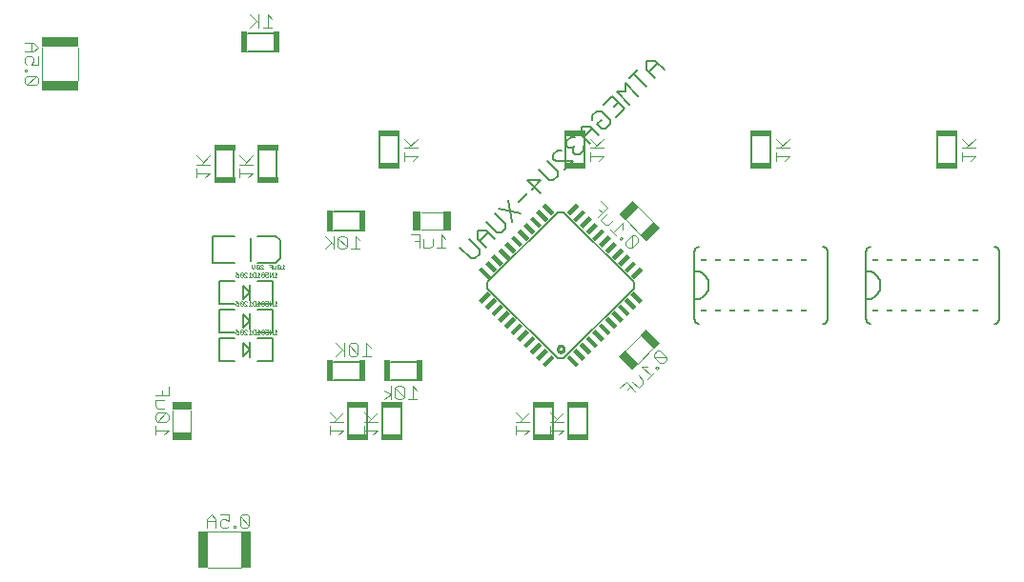
<source format=gbo>
G75*
G70*
%OFA0B0*%
%FSLAX24Y24*%
%IPPOS*%
%LPD*%
%AMOC8*
5,1,8,0,0,1.08239X$1,22.5*
%
%ADD10C,0.0060*%
%ADD11C,0.0040*%
%ADD12R,0.0230X0.0720*%
%ADD13R,0.0295X0.0669*%
%ADD14R,0.0720X0.0230*%
%ADD15R,0.0200X0.0050*%
%ADD16R,0.1299X0.0374*%
%ADD17R,0.0374X0.1299*%
%ADD18C,0.0080*%
%ADD19C,0.0050*%
%ADD20C,0.0010*%
%ADD21R,0.0669X0.0295*%
%ADD22C,0.0100*%
%ADD23R,0.0453X0.0157*%
%ADD24R,0.0453X0.0157*%
%ADD25R,0.0453X0.0158*%
%ADD26R,0.0157X0.0453*%
%ADD27R,0.0157X0.0453*%
%ADD28R,0.0158X0.0453*%
D10*
X011690Y005567D02*
X011690Y006467D01*
X012350Y006467D02*
X012350Y005567D01*
X012890Y005567D02*
X012890Y006467D01*
X013550Y006467D02*
X013550Y005567D01*
X013170Y007437D02*
X014070Y007437D01*
X014070Y008097D02*
X013170Y008097D01*
X012070Y008097D02*
X011170Y008097D01*
X011170Y007437D02*
X012070Y007437D01*
X018190Y006467D02*
X018190Y005567D01*
X018850Y005567D02*
X018850Y006467D01*
X019390Y006467D02*
X019390Y005567D01*
X020050Y005567D02*
X020050Y006467D01*
X023800Y009572D02*
X023800Y011962D01*
X023802Y011985D01*
X023807Y012008D01*
X023816Y012030D01*
X023829Y012050D01*
X023844Y012068D01*
X023862Y012083D01*
X023882Y012096D01*
X023904Y012105D01*
X023927Y012110D01*
X023950Y012112D01*
X023800Y011267D02*
X023844Y011265D01*
X023887Y011259D01*
X023929Y011250D01*
X023971Y011237D01*
X024011Y011220D01*
X024050Y011200D01*
X024087Y011177D01*
X024121Y011150D01*
X024154Y011121D01*
X024183Y011088D01*
X024210Y011054D01*
X024233Y011017D01*
X024253Y010978D01*
X024270Y010938D01*
X024283Y010896D01*
X024292Y010854D01*
X024298Y010811D01*
X024300Y010767D01*
X024298Y010723D01*
X024292Y010680D01*
X024283Y010638D01*
X024270Y010596D01*
X024253Y010556D01*
X024233Y010517D01*
X024210Y010480D01*
X024183Y010446D01*
X024154Y010413D01*
X024121Y010384D01*
X024087Y010357D01*
X024050Y010334D01*
X024011Y010314D01*
X023971Y010297D01*
X023929Y010284D01*
X023887Y010275D01*
X023844Y010269D01*
X023800Y010267D01*
X023800Y009572D02*
X023802Y009549D01*
X023807Y009526D01*
X023816Y009504D01*
X023829Y009484D01*
X023844Y009466D01*
X023862Y009451D01*
X023882Y009438D01*
X023904Y009429D01*
X023927Y009424D01*
X023950Y009422D01*
X028290Y009422D02*
X028313Y009424D01*
X028336Y009429D01*
X028358Y009438D01*
X028378Y009451D01*
X028396Y009466D01*
X028411Y009484D01*
X028424Y009504D01*
X028433Y009526D01*
X028438Y009549D01*
X028440Y009572D01*
X028440Y011962D01*
X028438Y011985D01*
X028433Y012008D01*
X028424Y012030D01*
X028411Y012050D01*
X028396Y012068D01*
X028378Y012083D01*
X028358Y012096D01*
X028336Y012105D01*
X028313Y012110D01*
X028290Y012112D01*
X029800Y011962D02*
X029800Y009572D01*
X029802Y009549D01*
X029807Y009526D01*
X029816Y009504D01*
X029829Y009484D01*
X029844Y009466D01*
X029862Y009451D01*
X029882Y009438D01*
X029904Y009429D01*
X029927Y009424D01*
X029950Y009422D01*
X029800Y010267D02*
X029844Y010269D01*
X029887Y010275D01*
X029929Y010284D01*
X029971Y010297D01*
X030011Y010314D01*
X030050Y010334D01*
X030087Y010357D01*
X030121Y010384D01*
X030154Y010413D01*
X030183Y010446D01*
X030210Y010480D01*
X030233Y010517D01*
X030253Y010556D01*
X030270Y010596D01*
X030283Y010638D01*
X030292Y010680D01*
X030298Y010723D01*
X030300Y010767D01*
X030298Y010811D01*
X030292Y010854D01*
X030283Y010896D01*
X030270Y010938D01*
X030253Y010978D01*
X030233Y011017D01*
X030210Y011054D01*
X030183Y011088D01*
X030154Y011121D01*
X030121Y011150D01*
X030087Y011177D01*
X030050Y011200D01*
X030011Y011220D01*
X029971Y011237D01*
X029929Y011250D01*
X029887Y011259D01*
X029844Y011265D01*
X029800Y011267D01*
X029800Y011962D02*
X029802Y011985D01*
X029807Y012008D01*
X029816Y012030D01*
X029829Y012050D01*
X029844Y012068D01*
X029862Y012083D01*
X029882Y012096D01*
X029904Y012105D01*
X029927Y012110D01*
X029950Y012112D01*
X034290Y012112D02*
X034313Y012110D01*
X034336Y012105D01*
X034358Y012096D01*
X034378Y012083D01*
X034396Y012068D01*
X034411Y012050D01*
X034424Y012030D01*
X034433Y012008D01*
X034438Y011985D01*
X034440Y011962D01*
X034440Y009572D01*
X034438Y009549D01*
X034433Y009526D01*
X034424Y009504D01*
X034411Y009484D01*
X034396Y009466D01*
X034378Y009451D01*
X034358Y009438D01*
X034336Y009429D01*
X034313Y009424D01*
X034290Y009422D01*
X032950Y015067D02*
X032950Y015967D01*
X032290Y015967D02*
X032290Y015067D01*
X026450Y015067D02*
X026450Y015967D01*
X025790Y015967D02*
X025790Y015067D01*
X021823Y017397D02*
X021370Y017849D01*
X021370Y017548D01*
X021068Y017548D01*
X021521Y017095D01*
X021367Y016941D02*
X021065Y016639D01*
X020836Y016560D02*
X020836Y016410D01*
X020685Y016259D01*
X020534Y016259D01*
X020383Y016410D01*
X020534Y016560D01*
X020232Y016560D02*
X020232Y016711D01*
X020383Y016862D01*
X020534Y016862D01*
X020836Y016560D01*
X021367Y016941D02*
X020914Y017394D01*
X020612Y017092D01*
X020990Y017016D02*
X021141Y017167D01*
X022128Y017701D02*
X021675Y018154D01*
X021826Y018305D02*
X021524Y018003D01*
X022131Y018308D02*
X022433Y018006D01*
X022206Y018233D02*
X022508Y018535D01*
X022433Y018610D02*
X022131Y018610D01*
X022131Y018308D01*
X022433Y018610D02*
X022735Y018308D01*
X020456Y016029D02*
X020154Y016331D01*
X019852Y016331D01*
X019852Y016029D01*
X020154Y015727D01*
X019925Y015649D02*
X019925Y015498D01*
X019774Y015347D01*
X019623Y015347D01*
X019547Y015422D01*
X019547Y015573D01*
X019623Y015649D01*
X019547Y015573D02*
X019396Y015573D01*
X019321Y015649D01*
X019321Y015800D01*
X019472Y015951D01*
X019623Y015951D01*
X019927Y015954D02*
X020229Y016256D01*
X019950Y015967D02*
X019950Y015067D01*
X019544Y015118D02*
X018940Y015118D01*
X018865Y015193D01*
X018865Y015344D01*
X019016Y015495D01*
X019167Y015495D01*
X019290Y015067D02*
X019290Y015967D01*
X019544Y015118D02*
X019242Y014816D01*
X019013Y014737D02*
X019013Y014586D01*
X018862Y014435D01*
X018711Y014435D01*
X018334Y014813D01*
X018636Y015115D02*
X019013Y014737D01*
X018406Y014433D02*
X018104Y014131D01*
X017951Y013977D02*
X017649Y013675D01*
X017721Y013295D02*
X016966Y013446D01*
X016813Y013292D02*
X017190Y012914D01*
X017190Y012763D01*
X017039Y012612D01*
X016888Y012612D01*
X016511Y012990D01*
X016508Y012685D02*
X016206Y012685D01*
X016206Y012383D01*
X016508Y012081D01*
X016278Y012003D02*
X016278Y011852D01*
X016127Y011701D01*
X015976Y011701D01*
X015599Y012078D01*
X015901Y012380D02*
X016278Y012003D01*
X016281Y012308D02*
X016583Y012610D01*
X016508Y012685D02*
X016810Y012383D01*
X017419Y012993D02*
X017268Y013748D01*
X017953Y014433D02*
X018406Y014433D01*
X018406Y013980D02*
X017953Y014433D01*
X013450Y015067D02*
X013450Y015967D01*
X012790Y015967D02*
X012790Y015067D01*
X012070Y013347D02*
X011170Y013347D01*
X011170Y012687D02*
X012070Y012687D01*
X009200Y014567D02*
X009200Y015467D01*
X008540Y015467D02*
X008540Y014567D01*
X007700Y014567D02*
X007700Y015467D01*
X007040Y015467D02*
X007040Y014567D01*
X008170Y018937D02*
X009070Y018937D01*
X009070Y019597D02*
X008170Y019597D01*
D11*
X008254Y019787D02*
X008484Y020017D01*
X008561Y019940D02*
X008254Y020247D01*
X008561Y020247D02*
X008561Y019787D01*
X008714Y019787D02*
X009021Y019787D01*
X008868Y019787D02*
X008868Y020247D01*
X009021Y020094D01*
X002250Y019097D02*
X002250Y017937D01*
X000990Y017947D02*
X000990Y019097D01*
X000851Y019091D02*
X000697Y019245D01*
X000390Y019245D01*
X000621Y019245D02*
X000621Y018938D01*
X000697Y018938D02*
X000851Y019091D01*
X000697Y018938D02*
X000390Y018938D01*
X000467Y018784D02*
X000390Y018707D01*
X000390Y018554D01*
X000467Y018477D01*
X000467Y018324D02*
X000390Y018324D01*
X000390Y018247D01*
X000467Y018247D01*
X000467Y018324D01*
X000621Y018477D02*
X000697Y018631D01*
X000697Y018707D01*
X000621Y018784D01*
X000467Y018784D01*
X000851Y018784D02*
X000851Y018477D01*
X000621Y018477D01*
X000774Y018094D02*
X000467Y018094D01*
X000390Y018017D01*
X000390Y017863D01*
X000467Y017787D01*
X000774Y018094D01*
X000851Y018017D01*
X000851Y017863D01*
X000774Y017787D01*
X000467Y017787D01*
X006390Y015304D02*
X006621Y015074D01*
X006544Y014997D02*
X006851Y015304D01*
X006851Y014997D02*
X006390Y014997D01*
X006390Y014844D02*
X006390Y014537D01*
X006390Y014690D02*
X006851Y014690D01*
X006697Y014537D01*
X007890Y014537D02*
X007890Y014844D01*
X007890Y014997D02*
X008351Y014997D01*
X008121Y015074D02*
X007890Y015304D01*
X008044Y014997D02*
X008351Y015304D01*
X008351Y014690D02*
X007890Y014690D01*
X008197Y014537D02*
X008351Y014690D01*
X010873Y012497D02*
X011180Y012190D01*
X011103Y012267D02*
X010873Y012037D01*
X011180Y012037D02*
X011180Y012497D01*
X011333Y012420D02*
X011640Y012113D01*
X011563Y012037D01*
X011410Y012037D01*
X011333Y012113D01*
X011333Y012420D01*
X011410Y012497D01*
X011563Y012497D01*
X011640Y012420D01*
X011640Y012113D01*
X011793Y012037D02*
X012100Y012037D01*
X011947Y012037D02*
X011947Y012497D01*
X012100Y012344D01*
X013873Y012547D02*
X014180Y012547D01*
X014180Y012087D01*
X014333Y012087D02*
X014333Y012394D01*
X014180Y012317D02*
X014026Y012317D01*
X014333Y012087D02*
X014563Y012087D01*
X014640Y012163D01*
X014640Y012394D01*
X014947Y012547D02*
X014947Y012087D01*
X015100Y012087D02*
X014793Y012087D01*
X015100Y012394D02*
X014947Y012547D01*
X015000Y012707D02*
X014240Y012707D01*
X014240Y013327D02*
X015000Y013327D01*
X013947Y015116D02*
X014101Y015269D01*
X013640Y015269D01*
X013640Y015116D02*
X013640Y015423D01*
X013640Y015576D02*
X014101Y015576D01*
X013871Y015653D02*
X013640Y015883D01*
X013794Y015576D02*
X014101Y015883D01*
X020140Y015883D02*
X020371Y015653D01*
X020294Y015576D02*
X020601Y015883D01*
X020601Y015576D02*
X020140Y015576D01*
X020140Y015423D02*
X020140Y015116D01*
X020140Y015269D02*
X020601Y015269D01*
X020447Y015116D01*
X020521Y013702D02*
X020738Y013485D01*
X020413Y013159D01*
X020521Y013051D02*
X020738Y013268D01*
X020576Y013322D02*
X020467Y013430D01*
X020521Y013051D02*
X020684Y012888D01*
X020793Y012888D01*
X020955Y013051D01*
X021281Y012942D02*
X020955Y012616D01*
X021064Y012508D02*
X020847Y012725D01*
X021281Y012725D02*
X021281Y012942D01*
X021383Y013066D02*
X021920Y012529D01*
X021823Y012399D02*
X021715Y012508D01*
X021606Y012508D01*
X021606Y012074D01*
X021498Y012074D01*
X021389Y012182D01*
X021389Y012291D01*
X021606Y012508D01*
X021823Y012399D02*
X021823Y012291D01*
X021606Y012074D01*
X021281Y012399D02*
X021227Y012345D01*
X021172Y012399D01*
X021227Y012454D01*
X021281Y012399D01*
X022358Y012967D02*
X021821Y013504D01*
X026640Y015116D02*
X026640Y015423D01*
X026640Y015576D02*
X027101Y015576D01*
X026871Y015653D02*
X026640Y015883D01*
X026794Y015576D02*
X027101Y015883D01*
X027101Y015269D02*
X026640Y015269D01*
X026947Y015116D02*
X027101Y015269D01*
X033140Y015269D02*
X033601Y015269D01*
X033447Y015116D01*
X033140Y015116D02*
X033140Y015423D01*
X033140Y015576D02*
X033601Y015576D01*
X033371Y015653D02*
X033140Y015883D01*
X033294Y015576D02*
X033601Y015883D01*
X021920Y009004D02*
X021383Y008467D01*
X021821Y008029D02*
X022358Y008566D01*
X022488Y008470D02*
X022379Y008361D01*
X022379Y008253D01*
X022813Y008253D01*
X022813Y008144D01*
X022705Y008036D01*
X022596Y008036D01*
X022379Y008253D01*
X022488Y008470D02*
X022596Y008470D01*
X022813Y008253D01*
X022488Y007927D02*
X022433Y007873D01*
X022488Y007819D01*
X022542Y007873D01*
X022488Y007927D01*
X022379Y007710D02*
X022162Y007493D01*
X022271Y007602D02*
X021945Y007927D01*
X022162Y007927D01*
X021836Y007602D02*
X021999Y007439D01*
X021999Y007330D01*
X021836Y007168D01*
X021619Y007385D01*
X021565Y007222D02*
X021457Y007113D01*
X021728Y007059D02*
X021402Y007385D01*
X021185Y007168D01*
X019201Y006304D02*
X018894Y005997D01*
X018971Y006074D02*
X018740Y006304D01*
X018740Y005997D02*
X019201Y005997D01*
X019201Y005690D02*
X018740Y005690D01*
X018740Y005537D02*
X018740Y005844D01*
X019047Y005537D02*
X019201Y005690D01*
X018001Y005690D02*
X017540Y005690D01*
X017540Y005537D02*
X017540Y005844D01*
X017540Y005997D02*
X018001Y005997D01*
X017771Y006074D02*
X017540Y006304D01*
X017694Y005997D02*
X018001Y006304D01*
X018001Y005690D02*
X017847Y005537D01*
X014100Y006787D02*
X013793Y006787D01*
X013947Y006787D02*
X013947Y007247D01*
X014100Y007094D01*
X013640Y007170D02*
X013640Y006863D01*
X013333Y007170D01*
X013333Y006863D01*
X013410Y006787D01*
X013563Y006787D01*
X013640Y006863D01*
X013640Y007170D02*
X013563Y007247D01*
X013410Y007247D01*
X013333Y007170D01*
X013180Y007247D02*
X013180Y006787D01*
X013180Y006940D02*
X012949Y007094D01*
X013180Y006940D02*
X012949Y006787D01*
X012701Y006304D02*
X012394Y005997D01*
X012471Y006074D02*
X012240Y006304D01*
X012240Y005997D02*
X012701Y005997D01*
X012240Y005844D02*
X012240Y005537D01*
X012240Y005690D02*
X012701Y005690D01*
X012547Y005537D01*
X011501Y005690D02*
X011040Y005690D01*
X011040Y005537D02*
X011040Y005844D01*
X011040Y005997D02*
X011501Y005997D01*
X011271Y006074D02*
X011040Y006304D01*
X011194Y005997D02*
X011501Y006304D01*
X011501Y005690D02*
X011347Y005537D01*
X011254Y008287D02*
X011484Y008517D01*
X011561Y008440D02*
X011254Y008747D01*
X011561Y008747D02*
X011561Y008287D01*
X011714Y008363D02*
X011791Y008287D01*
X011944Y008287D01*
X012021Y008363D01*
X011714Y008670D01*
X011714Y008363D01*
X012021Y008363D02*
X012021Y008670D01*
X011944Y008747D01*
X011791Y008747D01*
X011714Y008670D01*
X012328Y008747D02*
X012328Y008287D01*
X012175Y008287D02*
X012482Y008287D01*
X012482Y008594D02*
X012328Y008747D01*
X006180Y006397D02*
X006180Y005637D01*
X005561Y005637D02*
X005561Y006397D01*
X005401Y006227D02*
X005324Y006304D01*
X005017Y005997D01*
X004940Y006074D01*
X004940Y006227D01*
X005017Y006304D01*
X005324Y006304D01*
X005401Y006227D02*
X005401Y006074D01*
X005324Y005997D01*
X005017Y005997D01*
X004940Y005844D02*
X004940Y005537D01*
X004940Y005690D02*
X005401Y005690D01*
X005247Y005537D01*
X005247Y006457D02*
X005017Y006457D01*
X004940Y006534D01*
X004940Y006764D01*
X005247Y006764D01*
X005171Y006918D02*
X005171Y007071D01*
X005401Y006918D02*
X004940Y006918D01*
X005401Y006918D02*
X005401Y007225D01*
X006907Y002747D02*
X006754Y002594D01*
X006754Y002287D01*
X006800Y002147D02*
X007950Y002147D01*
X007982Y002287D02*
X008135Y002287D01*
X008212Y002363D01*
X007905Y002670D01*
X007905Y002363D01*
X007982Y002287D01*
X007751Y002287D02*
X007675Y002287D01*
X007675Y002363D01*
X007751Y002363D01*
X007751Y002287D01*
X007521Y002363D02*
X007444Y002287D01*
X007291Y002287D01*
X007214Y002363D01*
X007214Y002517D01*
X007291Y002594D01*
X007368Y002594D01*
X007521Y002517D01*
X007521Y002747D01*
X007214Y002747D01*
X007061Y002594D02*
X006907Y002747D01*
X007061Y002594D02*
X007061Y002287D01*
X007061Y002517D02*
X006754Y002517D01*
X007905Y002670D02*
X007982Y002747D01*
X008135Y002747D01*
X008212Y002670D01*
X008212Y002363D01*
X007950Y000887D02*
X006790Y000887D01*
D12*
X011065Y007767D03*
X012175Y007767D03*
X013065Y007767D03*
X014175Y007767D03*
X012175Y013017D03*
X011065Y013017D03*
X009175Y019267D03*
X008065Y019267D03*
D13*
X014098Y013017D03*
X015143Y013016D03*
G36*
X021633Y013726D02*
X021841Y013518D01*
X021369Y013046D01*
X021161Y013254D01*
X021633Y013726D01*
G37*
G36*
X022371Y012987D02*
X022579Y012779D01*
X022107Y012307D01*
X021899Y012515D01*
X022371Y012987D01*
G37*
G36*
X021900Y009018D02*
X022108Y009226D01*
X022580Y008754D01*
X022372Y008546D01*
X021900Y009018D01*
G37*
G36*
X021161Y008280D02*
X021369Y008488D01*
X021841Y008016D01*
X021633Y007808D01*
X021161Y008280D01*
G37*
D14*
X019720Y006572D03*
X018520Y006572D03*
X018520Y005462D03*
X019720Y005462D03*
X013220Y005462D03*
X012020Y005462D03*
X012020Y006572D03*
X013220Y006572D03*
X008870Y014462D03*
X007370Y014462D03*
X007370Y015572D03*
X008870Y015572D03*
X013120Y016072D03*
X013120Y014962D03*
X019620Y014962D03*
X019620Y016072D03*
X026120Y016072D03*
X026120Y014962D03*
X032620Y014962D03*
X032620Y016072D03*
D15*
X032620Y011637D03*
X032120Y011637D03*
X031620Y011637D03*
X031120Y011637D03*
X030620Y011637D03*
X030120Y011637D03*
X027620Y011637D03*
X027120Y011637D03*
X026620Y011637D03*
X026120Y011637D03*
X025620Y011637D03*
X025120Y011637D03*
X024620Y011637D03*
X024120Y011637D03*
X024120Y009897D03*
X024620Y009897D03*
X025120Y009897D03*
X025620Y009897D03*
X026120Y009897D03*
X026620Y009897D03*
X027120Y009897D03*
X027620Y009897D03*
X030120Y009897D03*
X030620Y009897D03*
X031120Y009897D03*
X031620Y009897D03*
X032120Y009897D03*
X032620Y009897D03*
X033120Y009897D03*
X033620Y009897D03*
X033620Y011637D03*
X033120Y011637D03*
D16*
X001620Y017764D03*
X001620Y019274D03*
D17*
X006617Y001517D03*
X008127Y001517D03*
D18*
X008514Y008123D02*
X009065Y008123D01*
X009065Y008910D01*
X008514Y008910D01*
X008514Y009123D02*
X009065Y009123D01*
X009065Y009910D01*
X008514Y009910D01*
X008514Y010123D02*
X009065Y010123D01*
X009065Y010910D01*
X008514Y010910D01*
X008238Y010792D02*
X008238Y010517D01*
X008002Y010753D01*
X008002Y010280D01*
X008238Y010517D01*
X008238Y010241D01*
X007727Y010123D02*
X007175Y010123D01*
X007175Y010910D01*
X007727Y010910D01*
X007727Y011544D02*
X006939Y011544D01*
X006939Y012489D01*
X007727Y012489D01*
X008514Y012489D02*
X009144Y012489D01*
X009301Y012332D01*
X009301Y011702D01*
X009144Y011544D01*
X008514Y011544D01*
X008238Y009792D02*
X008238Y009517D01*
X008002Y009753D01*
X008002Y009280D01*
X008238Y009517D01*
X008238Y009241D01*
X007727Y009123D02*
X007175Y009123D01*
X007175Y009910D01*
X007727Y009910D01*
X007727Y008910D02*
X007175Y008910D01*
X007175Y008123D01*
X007727Y008123D01*
X008002Y008280D02*
X008002Y008753D01*
X008238Y008517D01*
X008002Y008280D01*
X008238Y008241D02*
X008238Y008517D01*
X008238Y008792D01*
X016559Y010655D02*
X019009Y008205D01*
X019232Y008205D01*
X021682Y010655D01*
X021682Y010878D01*
X019232Y013328D01*
X019009Y013328D01*
X016559Y010878D01*
X016559Y010655D01*
D19*
X008270Y011617D02*
X008270Y012417D01*
D20*
X008323Y011487D02*
X008323Y011387D01*
X008373Y011337D01*
X008423Y011387D01*
X008423Y011487D01*
X008471Y011462D02*
X008496Y011487D01*
X008546Y011487D01*
X008571Y011462D01*
X008571Y011362D01*
X008471Y011462D01*
X008471Y011362D01*
X008496Y011337D01*
X008546Y011337D01*
X008571Y011362D01*
X008618Y011337D02*
X008718Y011337D01*
X008618Y011437D01*
X008618Y011462D01*
X008643Y011487D01*
X008693Y011487D01*
X008718Y011462D01*
X008913Y011487D02*
X009013Y011487D01*
X009013Y011337D01*
X009060Y011337D02*
X009060Y011437D01*
X009013Y011412D02*
X008963Y011412D01*
X009060Y011337D02*
X009135Y011337D01*
X009160Y011362D01*
X009160Y011437D01*
X009207Y011462D02*
X009307Y011362D01*
X009282Y011337D01*
X009232Y011337D01*
X009207Y011362D01*
X009207Y011462D01*
X009232Y011487D01*
X009282Y011487D01*
X009307Y011462D01*
X009307Y011362D01*
X009355Y011337D02*
X009455Y011337D01*
X009405Y011337D02*
X009405Y011487D01*
X009455Y011437D01*
X009189Y011162D02*
X009139Y011212D01*
X009139Y011062D01*
X009189Y011062D02*
X009089Y011062D01*
X009041Y011062D02*
X009041Y011212D01*
X008941Y011062D01*
X008941Y011212D01*
X008894Y011212D02*
X008894Y011137D01*
X008844Y011162D01*
X008819Y011162D01*
X008794Y011137D01*
X008794Y011087D01*
X008819Y011062D01*
X008869Y011062D01*
X008894Y011087D01*
X008894Y011212D02*
X008794Y011212D01*
X008747Y011187D02*
X008747Y011162D01*
X008722Y011137D01*
X008672Y011137D01*
X008647Y011112D01*
X008647Y011087D01*
X008672Y011062D01*
X008722Y011062D01*
X008747Y011087D01*
X008747Y011112D01*
X008722Y011137D01*
X008672Y011137D02*
X008647Y011162D01*
X008647Y011187D01*
X008672Y011212D01*
X008722Y011212D01*
X008747Y011187D01*
X008599Y011162D02*
X008549Y011212D01*
X008549Y011062D01*
X008599Y011062D02*
X008499Y011062D01*
X008452Y011062D02*
X008377Y011062D01*
X008352Y011087D01*
X008352Y011187D01*
X008377Y011212D01*
X008452Y011212D01*
X008452Y011062D01*
X008305Y011062D02*
X008205Y011062D01*
X008157Y011062D02*
X008057Y011162D01*
X008057Y011187D01*
X008082Y011212D01*
X008132Y011212D01*
X008157Y011187D01*
X008255Y011212D02*
X008255Y011062D01*
X008157Y011062D02*
X008057Y011062D01*
X008010Y011087D02*
X007910Y011187D01*
X007910Y011087D01*
X007935Y011062D01*
X007985Y011062D01*
X008010Y011087D01*
X008010Y011187D01*
X007985Y011212D01*
X007935Y011212D01*
X007910Y011187D01*
X007863Y011137D02*
X007788Y011137D01*
X007763Y011112D01*
X007763Y011087D01*
X007788Y011062D01*
X007838Y011062D01*
X007863Y011087D01*
X007863Y011137D01*
X007813Y011187D01*
X007763Y011212D01*
X008255Y011212D02*
X008305Y011162D01*
X008255Y010212D02*
X008255Y010062D01*
X008305Y010062D02*
X008205Y010062D01*
X008157Y010062D02*
X008057Y010162D01*
X008057Y010187D01*
X008082Y010212D01*
X008132Y010212D01*
X008157Y010187D01*
X008255Y010212D02*
X008305Y010162D01*
X008352Y010187D02*
X008377Y010212D01*
X008452Y010212D01*
X008452Y010062D01*
X008377Y010062D01*
X008352Y010087D01*
X008352Y010187D01*
X008499Y010062D02*
X008599Y010062D01*
X008549Y010062D02*
X008549Y010212D01*
X008599Y010162D01*
X008647Y010162D02*
X008672Y010137D01*
X008722Y010137D01*
X008747Y010162D01*
X008747Y010187D01*
X008722Y010212D01*
X008672Y010212D01*
X008647Y010187D01*
X008647Y010162D01*
X008672Y010137D02*
X008647Y010112D01*
X008647Y010087D01*
X008672Y010062D01*
X008722Y010062D01*
X008747Y010087D01*
X008747Y010112D01*
X008722Y010137D01*
X008794Y010137D02*
X008794Y010087D01*
X008819Y010062D01*
X008869Y010062D01*
X008894Y010087D01*
X008894Y010137D02*
X008844Y010162D01*
X008819Y010162D01*
X008794Y010137D01*
X008794Y010212D02*
X008894Y010212D01*
X008894Y010137D01*
X008941Y010062D02*
X008941Y010212D01*
X009041Y010212D02*
X008941Y010062D01*
X009041Y010062D02*
X009041Y010212D01*
X009139Y010212D02*
X009139Y010062D01*
X009189Y010062D02*
X009089Y010062D01*
X009189Y010162D02*
X009139Y010212D01*
X008157Y010062D02*
X008057Y010062D01*
X008010Y010087D02*
X007910Y010187D01*
X007910Y010087D01*
X007935Y010062D01*
X007985Y010062D01*
X008010Y010087D01*
X008010Y010187D01*
X007985Y010212D01*
X007935Y010212D01*
X007910Y010187D01*
X007863Y010137D02*
X007788Y010137D01*
X007763Y010112D01*
X007763Y010087D01*
X007788Y010062D01*
X007838Y010062D01*
X007863Y010087D01*
X007863Y010137D01*
X007813Y010187D01*
X007763Y010212D01*
X007763Y009212D02*
X007813Y009187D01*
X007863Y009137D01*
X007788Y009137D01*
X007763Y009112D01*
X007763Y009087D01*
X007788Y009062D01*
X007838Y009062D01*
X007863Y009087D01*
X007863Y009137D01*
X007910Y009187D02*
X008010Y009087D01*
X007985Y009062D01*
X007935Y009062D01*
X007910Y009087D01*
X007910Y009187D01*
X007935Y009212D01*
X007985Y009212D01*
X008010Y009187D01*
X008010Y009087D01*
X008057Y009062D02*
X008157Y009062D01*
X008057Y009162D01*
X008057Y009187D01*
X008082Y009212D01*
X008132Y009212D01*
X008157Y009187D01*
X008255Y009212D02*
X008255Y009062D01*
X008305Y009062D02*
X008205Y009062D01*
X008305Y009162D02*
X008255Y009212D01*
X008352Y009187D02*
X008377Y009212D01*
X008452Y009212D01*
X008452Y009062D01*
X008377Y009062D01*
X008352Y009087D01*
X008352Y009187D01*
X008499Y009062D02*
X008599Y009062D01*
X008549Y009062D02*
X008549Y009212D01*
X008599Y009162D01*
X008647Y009162D02*
X008672Y009137D01*
X008722Y009137D01*
X008747Y009162D01*
X008747Y009187D01*
X008722Y009212D01*
X008672Y009212D01*
X008647Y009187D01*
X008647Y009162D01*
X008672Y009137D02*
X008647Y009112D01*
X008647Y009087D01*
X008672Y009062D01*
X008722Y009062D01*
X008747Y009087D01*
X008747Y009112D01*
X008722Y009137D01*
X008794Y009137D02*
X008794Y009087D01*
X008819Y009062D01*
X008869Y009062D01*
X008894Y009087D01*
X008894Y009137D02*
X008844Y009162D01*
X008819Y009162D01*
X008794Y009137D01*
X008794Y009212D02*
X008894Y009212D01*
X008894Y009137D01*
X008941Y009062D02*
X008941Y009212D01*
X009041Y009212D02*
X008941Y009062D01*
X009041Y009062D02*
X009041Y009212D01*
X009139Y009212D02*
X009139Y009062D01*
X009189Y009062D02*
X009089Y009062D01*
X009189Y009162D02*
X009139Y009212D01*
D21*
X005871Y006539D03*
X005870Y005494D03*
D22*
X019009Y008540D02*
X019011Y008560D01*
X019016Y008580D01*
X019026Y008598D01*
X019038Y008615D01*
X019053Y008629D01*
X019071Y008639D01*
X019090Y008647D01*
X019110Y008651D01*
X019130Y008651D01*
X019150Y008647D01*
X019169Y008639D01*
X019187Y008629D01*
X019202Y008615D01*
X019214Y008598D01*
X019224Y008580D01*
X019229Y008560D01*
X019231Y008540D01*
X019229Y008520D01*
X019224Y008500D01*
X019214Y008482D01*
X019202Y008465D01*
X019187Y008451D01*
X019169Y008441D01*
X019150Y008433D01*
X019130Y008429D01*
X019110Y008429D01*
X019090Y008433D01*
X019071Y008441D01*
X019053Y008451D01*
X019038Y008465D01*
X019026Y008482D01*
X019016Y008500D01*
X019011Y008520D01*
X019009Y008540D01*
D23*
G36*
X018910Y008219D02*
X018592Y007901D01*
X018482Y008011D01*
X018800Y008329D01*
X018910Y008219D01*
G37*
G36*
X017796Y009333D02*
X017478Y009015D01*
X017368Y009125D01*
X017686Y009443D01*
X017796Y009333D01*
G37*
G36*
X016683Y010446D02*
X016365Y010128D01*
X016255Y010238D01*
X016573Y010556D01*
X016683Y010446D01*
G37*
G36*
X020872Y012409D02*
X020554Y012091D01*
X020444Y012201D01*
X020762Y012519D01*
X020872Y012409D01*
G37*
G36*
X019759Y013522D02*
X019441Y013204D01*
X019331Y013314D01*
X019649Y013632D01*
X019759Y013522D01*
G37*
G36*
X021986Y011295D02*
X021668Y010977D01*
X021558Y011087D01*
X021876Y011405D01*
X021986Y011295D01*
G37*
D24*
G36*
X021763Y011518D02*
X021445Y011200D01*
X021335Y011310D01*
X021653Y011628D01*
X021763Y011518D01*
G37*
G36*
X021541Y011741D02*
X021223Y011423D01*
X021113Y011533D01*
X021431Y011851D01*
X021541Y011741D01*
G37*
G36*
X020204Y013077D02*
X019886Y012759D01*
X019776Y012869D01*
X020094Y013187D01*
X020204Y013077D01*
G37*
G36*
X019982Y013300D02*
X019664Y012982D01*
X019554Y013092D01*
X019872Y013410D01*
X019982Y013300D01*
G37*
G36*
X016905Y010223D02*
X016587Y009905D01*
X016477Y010015D01*
X016795Y010333D01*
X016905Y010223D01*
G37*
G36*
X017128Y010001D02*
X016810Y009683D01*
X016700Y009793D01*
X017018Y010111D01*
X017128Y010001D01*
G37*
G36*
X018464Y008664D02*
X018146Y008346D01*
X018036Y008456D01*
X018354Y008774D01*
X018464Y008664D01*
G37*
G36*
X018687Y008442D02*
X018369Y008124D01*
X018259Y008234D01*
X018577Y008552D01*
X018687Y008442D01*
G37*
D25*
G36*
X018243Y008886D02*
X017925Y008568D01*
X017813Y008680D01*
X018131Y008998D01*
X018243Y008886D01*
G37*
G36*
X018020Y009109D02*
X017702Y008791D01*
X017590Y008903D01*
X017908Y009221D01*
X018020Y009109D01*
G37*
G36*
X017575Y009554D02*
X017257Y009236D01*
X017145Y009348D01*
X017463Y009666D01*
X017575Y009554D01*
G37*
G36*
X017352Y009777D02*
X017034Y009459D01*
X016922Y009571D01*
X017240Y009889D01*
X017352Y009777D01*
G37*
G36*
X021096Y012185D02*
X020778Y011867D01*
X020666Y011979D01*
X020984Y012297D01*
X021096Y012185D01*
G37*
G36*
X021319Y011962D02*
X021001Y011644D01*
X020889Y011756D01*
X021207Y012074D01*
X021319Y011962D01*
G37*
G36*
X020651Y012630D02*
X020333Y012312D01*
X020221Y012424D01*
X020539Y012742D01*
X020651Y012630D01*
G37*
G36*
X020428Y012853D02*
X020110Y012535D01*
X019998Y012647D01*
X020316Y012965D01*
X020428Y012853D01*
G37*
D26*
G36*
X018910Y013314D02*
X018800Y013204D01*
X018482Y013522D01*
X018592Y013632D01*
X018910Y013314D01*
G37*
G36*
X017796Y012201D02*
X017686Y012091D01*
X017368Y012409D01*
X017478Y012519D01*
X017796Y012201D01*
G37*
G36*
X016683Y011087D02*
X016573Y010977D01*
X016255Y011295D01*
X016365Y011405D01*
X016683Y011087D01*
G37*
G36*
X020872Y009125D02*
X020762Y009015D01*
X020444Y009333D01*
X020554Y009443D01*
X020872Y009125D01*
G37*
G36*
X021986Y010238D02*
X021876Y010128D01*
X021558Y010446D01*
X021668Y010556D01*
X021986Y010238D01*
G37*
G36*
X019759Y008011D02*
X019649Y007901D01*
X019331Y008219D01*
X019441Y008329D01*
X019759Y008011D01*
G37*
D27*
G36*
X019982Y008234D02*
X019872Y008124D01*
X019554Y008442D01*
X019664Y008552D01*
X019982Y008234D01*
G37*
G36*
X020204Y008456D02*
X020094Y008346D01*
X019776Y008664D01*
X019886Y008774D01*
X020204Y008456D01*
G37*
G36*
X021541Y009793D02*
X021431Y009683D01*
X021113Y010001D01*
X021223Y010111D01*
X021541Y009793D01*
G37*
G36*
X021763Y010015D02*
X021653Y009905D01*
X021335Y010223D01*
X021445Y010333D01*
X021763Y010015D01*
G37*
G36*
X017128Y011533D02*
X017018Y011423D01*
X016700Y011741D01*
X016810Y011851D01*
X017128Y011533D01*
G37*
G36*
X016905Y011310D02*
X016795Y011200D01*
X016477Y011518D01*
X016587Y011628D01*
X016905Y011310D01*
G37*
G36*
X018464Y012869D02*
X018354Y012759D01*
X018036Y013077D01*
X018146Y013187D01*
X018464Y012869D01*
G37*
G36*
X018687Y013092D02*
X018577Y012982D01*
X018259Y013300D01*
X018369Y013410D01*
X018687Y013092D01*
G37*
D28*
G36*
X018243Y012647D02*
X018131Y012535D01*
X017813Y012853D01*
X017925Y012965D01*
X018243Y012647D01*
G37*
G36*
X018020Y012424D02*
X017908Y012312D01*
X017590Y012630D01*
X017702Y012742D01*
X018020Y012424D01*
G37*
G36*
X017575Y011979D02*
X017463Y011867D01*
X017145Y012185D01*
X017257Y012297D01*
X017575Y011979D01*
G37*
G36*
X017352Y011756D02*
X017240Y011644D01*
X016922Y011962D01*
X017034Y012074D01*
X017352Y011756D01*
G37*
G36*
X021319Y009571D02*
X021207Y009459D01*
X020889Y009777D01*
X021001Y009889D01*
X021319Y009571D01*
G37*
G36*
X021096Y009348D02*
X020984Y009236D01*
X020666Y009554D01*
X020778Y009666D01*
X021096Y009348D01*
G37*
G36*
X020651Y008903D02*
X020539Y008791D01*
X020221Y009109D01*
X020333Y009221D01*
X020651Y008903D01*
G37*
G36*
X020428Y008680D02*
X020316Y008568D01*
X019998Y008886D01*
X020110Y008998D01*
X020428Y008680D01*
G37*
M02*

</source>
